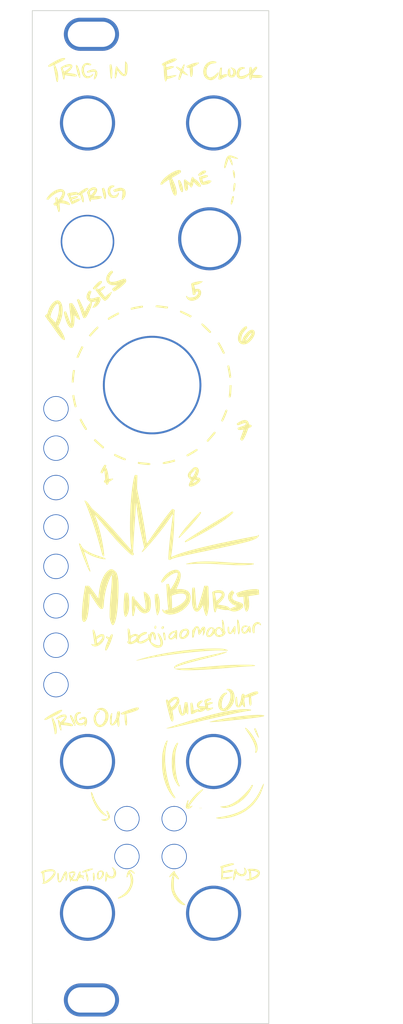
<source format=kicad_pcb>
(kicad_pcb (version 20240108) (generator "pcbnew") (generator_version "8.0")
  (title_block (title "MiniBurst") (rev "0.2") (company "benjiaomodular"))
  (layers (0 "F.Cu" signal) (31 "B.Cu" signal) (34 "B.Paste" user) (35 "F.Paste" user) (36 "B.SilkS" user "B.Silkscreen") (37 "F.SilkS" user "F.Silkscreen") (38 "B.Mask" user) (39 "F.Mask" user) (44 "Edge.Cuts" user))
  (net 0 "")
  (footprint "benjiaomodular:PanelHole_AudioJack_3.5mm" (layer "F.Cu") (at 108.424 120.65 90)
    (property "Reference" "REF**")
    (property "Value" "PanelHole_AudioJack_3.5mm")
    (pad "" np_thru_hole circle (at 0 6.5 270) (size 7 7) (drill 6.2) (layers "F&B.Cu" "*.Mask"))
  )
  (footprint "benjiaomodular:PanelHole_AudioJack_3.5mm" (layer "F.Cu") (at 105.424 139.9 -90)
    (property "Reference" "REF**")
    (property "Value" "PanelHole_AudioJack_3.5mm")
    (pad "" np_thru_hole circle (at 0 6.5 90) (size 7 7) (drill 6.2) (layers "F&B.Cu" "*.Mask"))
  )
  (footprint "benjiaomodular:Panel_6HP" (layer "F.Cu") (at 91.924 25.4)
    (property "Reference" "REF**")
    (property "Value" "Panel_6HP")
    (pad "" thru_hole oval (at 7.5 3) (size 7 4.2) (drill oval 6 3.2) (layers "*.Cu" "*.Mask"))
    (pad "" thru_hole oval (at 7.5 125.5) (size 7 4.2) (drill oval 6 3.2) (layers "*.Cu" "*.Mask"))
  )
  (footprint "benjiaomodular:PanelHole_Potentiometer_RV09" (layer "F.Cu") (at 111.924 61.8425 90)
    (property "Reference" "REF**" (hide yes))
    (property "Value" "PanelHole_Potentiometer_RV09" (hide yes))
    (pad "" np_thru_hole circle (at 7.5 2.5 180) (size 8 8) (drill 7.2) (layers "F&B.Cu" "*.Mask"))
  )
  (footprint "LOGO" (layer "F.Cu") (at 107.06578 89.663375)
    (property "Reference" "G***" (hide yes))
    (property "Value" "LOGO" (hide yes))
  )
  (footprint "benjiaomodular:PanelHole_AudioJack_3.5mm" (layer "F.Cu") (at 105.424 120.65 -90)
    (property "Reference" "REF**")
    (property "Value" "PanelHole_AudioJack_3.5mm")
    (pad "" np_thru_hole circle (at 0 6.5 90) (size 7 7) (drill 6.2) (layers "F&B.Cu" "*.Mask"))
  )
  (footprint "benjiaomodular:PanelHole_AudioJack_3.5mm" (layer "F.Cu") (at 108.424 39.65 90)
    (property "Reference" "REF**")
    (property "Value" "PanelHole_AudioJack_3.5mm")
    (pad "" np_thru_hole circle (at 0 6.5 270) (size 7 7) (drill 6.2) (layers "F&B.Cu" "*.Mask"))
  )
  (footprint "benjiaomodular:PanelHole_AudioJack_3.5mm" (layer "F.Cu") (at 108.424 139.9 90)
    (property "Reference" "REF**")
    (property "Value" "PanelHole_AudioJack_3.5mm")
    (pad "" np_thru_hole circle (at 0 6.5 270) (size 7 7) (drill 6.2) (layers "F&B.Cu" "*.Mask"))
  )
  (footprint "benjiaomodular:PanelHole_AudioJack_3.5mm" (layer "F.Cu") (at 105.424 39.65 -90)
    (property "Reference" "REF**")
    (property "Value" "PanelHole_AudioJack_3.5mm")
    (pad "" np_thru_hole circle (at 0 6.5 90) (size 7 7) (drill 6.2) (layers "F&B.Cu" "*.Mask"))
  )
  (gr_rect (start 91.924 25.4) (end 121.924 153.9) (stroke (width 0.1)) (fill none) (layer "Edge.Cuts"))
  (via (at 94.924 100.9) (size 3.2) (drill 3) (layers "F.Cu" "B.Cu") (net 0))
  (via (at 103.924 132.7) (size 3.2) (drill 3) (layers "F.Cu" "B.Cu") (net 0))
  (via (at 94.924 75.9) (size 3.2) (drill 3) (layers "F.Cu" "B.Cu") (net 0))
  (via (at 94.924 105.9) (size 3.2) (drill 3) (layers "F.Cu" "B.Cu") (net 0))
  (via (at 94.924 95.9) (size 3.2) (drill 3) (layers "F.Cu" "B.Cu") (net 0))
  (via (at 103.924 127.9) (size 3.2) (drill 3) (layers "F.Cu" "B.Cu") (net 0))
  (via (at 109.924 127.9) (size 3.2) (drill 3) (layers "F.Cu" "B.Cu") (net 0))
  (via (at 94.924 110.9) (size 3.2) (drill 3) (layers "F.Cu" "B.Cu") (net 0))
  (via (at 94.924 80.9) (size 3.2) (drill 3) (layers "F.Cu" "B.Cu") (net 0))
  (via (at 109.924 132.7) (size 3.2) (drill 3) (layers "F.Cu" "B.Cu") (net 0))
  (via (at 94.924 90.9) (size 3.2) (drill 3) (layers "F.Cu" "B.Cu") (net 0))
  (via (at 94.924 85.9) (size 3.2) (drill 3) (layers "F.Cu" "B.Cu") (net 0))
  (via (at 107.124 72.9) (size 12.5) (drill 12) (layers "F.Cu" "B.Cu") (net 0))
  (via (at 98.924 54.7) (size 6.8) (drill 6.4) (layers "F.Cu" "B.Cu") (net 0))
)
</source>
